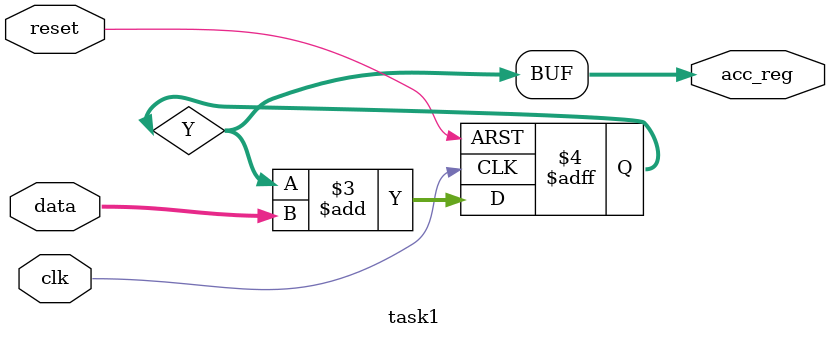
<source format=v>
module task1(clk,
             reset,
             data,
             acc_reg);
    input [3:0]data;
    input clk, reset;
    output [7:0]acc_reg;
    reg [7:0]Y;
    
    assign acc_reg = Y;
    always@(posedge clk, negedge reset)
    begin
        if (reset == 0)
        begin
            Y <= 0;
        end
        else
        begin
            Y <= acc_reg + data;
        end
    end
endmodule
    
    
    
    

</source>
